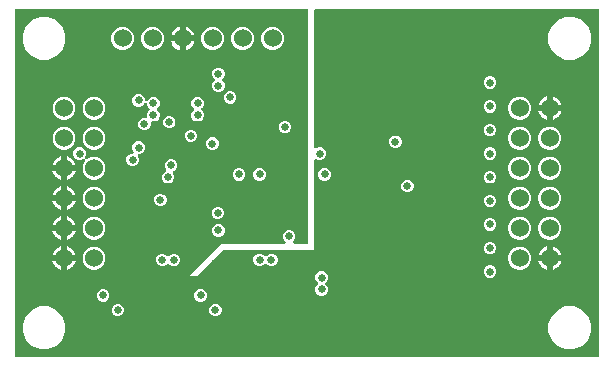
<source format=gbr>
G04 EAGLE Gerber RS-274X export*
G75*
%MOMM*%
%FSLAX34Y34*%
%LPD*%
%INCopper Layer 2*%
%IPPOS*%
%AMOC8*
5,1,8,0,0,1.08239X$1,22.5*%
G01*
%ADD10C,1.524000*%
%ADD11C,0.654800*%

G36*
X178017Y88751D02*
X178017Y88751D01*
X230728Y88751D01*
X230869Y88769D01*
X231010Y88783D01*
X231025Y88789D01*
X231041Y88791D01*
X231173Y88843D01*
X231306Y88892D01*
X231319Y88902D01*
X231334Y88908D01*
X231449Y88991D01*
X231565Y89072D01*
X231576Y89085D01*
X231589Y89094D01*
X231678Y89204D01*
X231771Y89312D01*
X231778Y89326D01*
X231788Y89339D01*
X231848Y89468D01*
X231910Y89595D01*
X231913Y89611D01*
X231920Y89625D01*
X231945Y89765D01*
X231974Y89904D01*
X231973Y89920D01*
X231976Y89936D01*
X231965Y90077D01*
X231958Y90219D01*
X231954Y90234D01*
X231952Y90250D01*
X231906Y90385D01*
X231864Y90520D01*
X231857Y90531D01*
X231851Y90549D01*
X231677Y90813D01*
X231633Y90853D01*
X231612Y90883D01*
X230501Y91994D01*
X229693Y93944D01*
X229693Y96056D01*
X230501Y98006D01*
X231994Y99499D01*
X233944Y100307D01*
X236056Y100307D01*
X238006Y99499D01*
X239499Y98006D01*
X240307Y96056D01*
X240307Y93944D01*
X239499Y91994D01*
X238388Y90883D01*
X238302Y90771D01*
X238212Y90661D01*
X238205Y90647D01*
X238195Y90634D01*
X238139Y90504D01*
X238080Y90375D01*
X238077Y90359D01*
X238071Y90344D01*
X238049Y90203D01*
X238024Y90064D01*
X238025Y90048D01*
X238023Y90032D01*
X238037Y89891D01*
X238048Y89750D01*
X238053Y89734D01*
X238054Y89718D01*
X238104Y89586D01*
X238149Y89451D01*
X238158Y89437D01*
X238164Y89422D01*
X238244Y89307D01*
X238323Y89187D01*
X238335Y89176D01*
X238344Y89163D01*
X238451Y89071D01*
X238557Y88976D01*
X238571Y88968D01*
X238583Y88958D01*
X238711Y88895D01*
X238836Y88829D01*
X238849Y88827D01*
X238866Y88818D01*
X239175Y88754D01*
X239235Y88757D01*
X239272Y88751D01*
X250000Y88751D01*
X250125Y88767D01*
X250250Y88776D01*
X250281Y88787D01*
X250313Y88791D01*
X250430Y88837D01*
X250549Y88878D01*
X250576Y88896D01*
X250606Y88908D01*
X250707Y88982D01*
X250813Y89051D01*
X250834Y89075D01*
X250860Y89094D01*
X250940Y89192D01*
X251024Y89285D01*
X251039Y89314D01*
X251060Y89339D01*
X251113Y89453D01*
X251171Y89565D01*
X251175Y89590D01*
X251192Y89625D01*
X251248Y89936D01*
X251245Y89975D01*
X251249Y90000D01*
X251249Y286210D01*
X251233Y286335D01*
X251224Y286460D01*
X251213Y286491D01*
X251209Y286523D01*
X251163Y286640D01*
X251122Y286759D01*
X251104Y286786D01*
X251092Y286816D01*
X251018Y286917D01*
X250949Y287023D01*
X250925Y287044D01*
X250906Y287070D01*
X250808Y287150D01*
X250715Y287234D01*
X250686Y287249D01*
X250661Y287270D01*
X250547Y287323D01*
X250436Y287381D01*
X250410Y287385D01*
X250375Y287402D01*
X250064Y287458D01*
X250025Y287455D01*
X250000Y287459D01*
X3790Y287459D01*
X3665Y287443D01*
X3540Y287434D01*
X3509Y287423D01*
X3477Y287419D01*
X3360Y287373D01*
X3241Y287332D01*
X3214Y287314D01*
X3184Y287302D01*
X3083Y287228D01*
X2977Y287159D01*
X2956Y287135D01*
X2930Y287116D01*
X2850Y287018D01*
X2766Y286925D01*
X2751Y286896D01*
X2730Y286871D01*
X2677Y286757D01*
X2619Y286646D01*
X2615Y286620D01*
X2598Y286585D01*
X2542Y286274D01*
X2545Y286235D01*
X2541Y286210D01*
X2541Y-6210D01*
X2557Y-6335D01*
X2566Y-6460D01*
X2577Y-6491D01*
X2581Y-6523D01*
X2627Y-6640D01*
X2668Y-6759D01*
X2686Y-6786D01*
X2698Y-6816D01*
X2772Y-6917D01*
X2841Y-7023D01*
X2865Y-7044D01*
X2884Y-7070D01*
X2982Y-7150D01*
X3075Y-7234D01*
X3104Y-7249D01*
X3129Y-7270D01*
X3243Y-7323D01*
X3354Y-7381D01*
X3380Y-7385D01*
X3415Y-7402D01*
X3726Y-7458D01*
X3765Y-7455D01*
X3790Y-7459D01*
X496210Y-7459D01*
X496335Y-7443D01*
X496460Y-7434D01*
X496491Y-7423D01*
X496523Y-7419D01*
X496640Y-7373D01*
X496759Y-7332D01*
X496786Y-7314D01*
X496816Y-7302D01*
X496917Y-7228D01*
X497023Y-7159D01*
X497044Y-7135D01*
X497070Y-7116D01*
X497150Y-7018D01*
X497234Y-6925D01*
X497249Y-6896D01*
X497270Y-6871D01*
X497323Y-6757D01*
X497381Y-6646D01*
X497385Y-6620D01*
X497402Y-6585D01*
X497458Y-6274D01*
X497455Y-6235D01*
X497459Y-6210D01*
X497459Y286210D01*
X497443Y286335D01*
X497434Y286460D01*
X497423Y286491D01*
X497419Y286523D01*
X497373Y286640D01*
X497332Y286759D01*
X497314Y286786D01*
X497302Y286816D01*
X497228Y286917D01*
X497159Y287023D01*
X497135Y287044D01*
X497116Y287070D01*
X497018Y287150D01*
X496925Y287234D01*
X496896Y287249D01*
X496871Y287270D01*
X496757Y287323D01*
X496646Y287381D01*
X496620Y287385D01*
X496585Y287402D01*
X496274Y287458D01*
X496235Y287455D01*
X496210Y287459D01*
X257500Y287459D01*
X257375Y287443D01*
X257250Y287434D01*
X257219Y287423D01*
X257187Y287419D01*
X257070Y287373D01*
X256951Y287332D01*
X256924Y287314D01*
X256894Y287302D01*
X256793Y287228D01*
X256687Y287159D01*
X256666Y287135D01*
X256640Y287116D01*
X256560Y287018D01*
X256476Y286925D01*
X256461Y286896D01*
X256440Y286871D01*
X256387Y286757D01*
X256329Y286646D01*
X256325Y286620D01*
X256308Y286585D01*
X256252Y286274D01*
X256255Y286235D01*
X256251Y286210D01*
X256251Y170670D01*
X256258Y170615D01*
X256256Y170560D01*
X256278Y170459D01*
X256291Y170357D01*
X256311Y170305D01*
X256323Y170251D01*
X256369Y170160D01*
X256408Y170064D01*
X256440Y170019D01*
X256465Y169970D01*
X256533Y169893D01*
X256594Y169809D01*
X256637Y169774D01*
X256673Y169733D01*
X256759Y169675D01*
X256839Y169610D01*
X256889Y169587D01*
X256934Y169556D01*
X257031Y169521D01*
X257125Y169478D01*
X257180Y169468D01*
X257232Y169450D01*
X257334Y169440D01*
X257436Y169422D01*
X257491Y169426D01*
X257546Y169421D01*
X257609Y169435D01*
X257750Y169446D01*
X257914Y169502D01*
X257978Y169515D01*
X259888Y170307D01*
X262000Y170307D01*
X263950Y169499D01*
X265443Y168006D01*
X266251Y166056D01*
X266251Y163944D01*
X265443Y161994D01*
X263950Y160501D01*
X262000Y159693D01*
X259888Y159693D01*
X257978Y160485D01*
X257925Y160499D01*
X257875Y160522D01*
X257773Y160540D01*
X257674Y160568D01*
X257618Y160568D01*
X257564Y160578D01*
X257461Y160570D01*
X257358Y160572D01*
X257305Y160558D01*
X257250Y160554D01*
X257152Y160521D01*
X257052Y160496D01*
X257003Y160470D01*
X256951Y160453D01*
X256865Y160396D01*
X256774Y160347D01*
X256734Y160310D01*
X256687Y160279D01*
X256618Y160203D01*
X256542Y160133D01*
X256513Y160086D01*
X256476Y160045D01*
X256428Y159954D01*
X256372Y159867D01*
X256355Y159815D01*
X256329Y159766D01*
X256318Y159702D01*
X256273Y159567D01*
X256262Y159395D01*
X256251Y159330D01*
X256251Y83749D01*
X180000Y83749D01*
X179891Y83735D01*
X179781Y83730D01*
X179735Y83716D01*
X179687Y83709D01*
X179585Y83669D01*
X179480Y83636D01*
X179449Y83614D01*
X179394Y83592D01*
X179140Y83406D01*
X179132Y83397D01*
X179126Y83393D01*
X179122Y83387D01*
X179117Y83383D01*
X156983Y61249D01*
X151249Y61249D01*
X151249Y61983D01*
X178017Y88751D01*
G37*
%LPC*%
G36*
X23911Y244459D02*
X23911Y244459D01*
X17281Y247206D01*
X12206Y252281D01*
X9459Y258911D01*
X9459Y266089D01*
X12206Y272719D01*
X17281Y277794D01*
X23911Y280541D01*
X31089Y280541D01*
X37719Y277794D01*
X42794Y272719D01*
X45541Y266089D01*
X45541Y258911D01*
X42794Y252281D01*
X37719Y247206D01*
X31089Y244459D01*
X23911Y244459D01*
G37*
%LPD*%
%LPC*%
G36*
X468911Y244459D02*
X468911Y244459D01*
X462281Y247206D01*
X457206Y252281D01*
X454459Y258911D01*
X454459Y266089D01*
X457206Y272719D01*
X462281Y277794D01*
X468911Y280541D01*
X476089Y280541D01*
X482719Y277794D01*
X487794Y272719D01*
X490541Y266089D01*
X490541Y258911D01*
X487794Y252281D01*
X482719Y247206D01*
X476089Y244459D01*
X468911Y244459D01*
G37*
%LPD*%
%LPC*%
G36*
X23911Y-541D02*
X23911Y-541D01*
X17281Y2206D01*
X12206Y7281D01*
X9459Y13911D01*
X9459Y21089D01*
X12206Y27719D01*
X17281Y32794D01*
X23911Y35541D01*
X31089Y35541D01*
X37719Y32794D01*
X42794Y27719D01*
X45541Y21089D01*
X45541Y13911D01*
X42794Y7281D01*
X37719Y2206D01*
X31089Y-541D01*
X23911Y-541D01*
G37*
%LPD*%
%LPC*%
G36*
X468911Y-541D02*
X468911Y-541D01*
X462281Y2206D01*
X457206Y7281D01*
X454459Y13911D01*
X454459Y21089D01*
X457206Y27719D01*
X462281Y32794D01*
X468911Y35541D01*
X476089Y35541D01*
X482719Y32794D01*
X487794Y27719D01*
X490541Y21089D01*
X490541Y13911D01*
X487794Y7281D01*
X482719Y2206D01*
X476089Y-541D01*
X468911Y-541D01*
G37*
%LPD*%
%LPC*%
G36*
X67830Y143047D02*
X67830Y143047D01*
X64282Y144517D01*
X61567Y147232D01*
X60097Y150780D01*
X60097Y154620D01*
X61567Y158168D01*
X61859Y158460D01*
X61903Y158517D01*
X61954Y158566D01*
X61999Y158641D01*
X62052Y158710D01*
X62080Y158775D01*
X62117Y158836D01*
X62143Y158920D01*
X62177Y159000D01*
X62188Y159070D01*
X62208Y159138D01*
X62212Y159225D01*
X62225Y159311D01*
X62218Y159382D01*
X62220Y159453D01*
X62202Y159539D01*
X62193Y159625D01*
X62168Y159692D01*
X62153Y159762D01*
X62114Y159840D01*
X62084Y159921D01*
X62043Y159980D01*
X62011Y160043D01*
X61953Y160109D01*
X61904Y160180D01*
X61850Y160227D01*
X61803Y160280D01*
X61730Y160329D01*
X61664Y160386D01*
X61600Y160418D01*
X61542Y160458D01*
X61459Y160487D01*
X61381Y160525D01*
X61311Y160540D01*
X61244Y160564D01*
X61158Y160572D01*
X61072Y160589D01*
X61001Y160586D01*
X60930Y160592D01*
X60871Y160579D01*
X60757Y160574D01*
X60553Y160510D01*
X60498Y160498D01*
X58556Y159693D01*
X56444Y159693D01*
X54494Y160501D01*
X53001Y161994D01*
X52193Y163944D01*
X52193Y166056D01*
X53001Y168006D01*
X54494Y169499D01*
X56444Y170307D01*
X58556Y170307D01*
X60506Y169499D01*
X61999Y168006D01*
X62807Y166056D01*
X62807Y163944D01*
X62002Y162002D01*
X61983Y161933D01*
X61955Y161868D01*
X61942Y161782D01*
X61919Y161698D01*
X61918Y161627D01*
X61908Y161556D01*
X61916Y161469D01*
X61915Y161382D01*
X61932Y161313D01*
X61939Y161242D01*
X61970Y161160D01*
X61990Y161076D01*
X62024Y161013D01*
X62049Y160946D01*
X62098Y160875D01*
X62140Y160798D01*
X62188Y160746D01*
X62229Y160687D01*
X62295Y160630D01*
X62354Y160566D01*
X62414Y160528D01*
X62468Y160482D01*
X62546Y160443D01*
X62620Y160396D01*
X62687Y160374D01*
X62751Y160342D01*
X62836Y160325D01*
X62919Y160298D01*
X62990Y160293D01*
X63060Y160279D01*
X63147Y160283D01*
X63234Y160277D01*
X63304Y160291D01*
X63375Y160294D01*
X63459Y160320D01*
X63544Y160337D01*
X63608Y160367D01*
X63676Y160388D01*
X63726Y160423D01*
X63829Y160472D01*
X63994Y160609D01*
X64040Y160641D01*
X64282Y160883D01*
X67830Y162353D01*
X71670Y162353D01*
X75218Y160883D01*
X77933Y158168D01*
X79403Y154620D01*
X79403Y150780D01*
X77933Y147232D01*
X75218Y144517D01*
X71670Y143047D01*
X67830Y143047D01*
G37*
%LPD*%
%LPC*%
G36*
X111444Y184693D02*
X111444Y184693D01*
X109494Y185501D01*
X108001Y186994D01*
X107193Y188944D01*
X107193Y191056D01*
X108001Y193006D01*
X109494Y194499D01*
X111444Y195307D01*
X113444Y195307D01*
X113569Y195323D01*
X113694Y195332D01*
X113725Y195343D01*
X113757Y195347D01*
X113874Y195393D01*
X113993Y195434D01*
X114020Y195452D01*
X114050Y195464D01*
X114151Y195538D01*
X114257Y195607D01*
X114278Y195631D01*
X114304Y195650D01*
X114384Y195748D01*
X114468Y195841D01*
X114483Y195870D01*
X114504Y195895D01*
X114557Y196009D01*
X114615Y196120D01*
X114619Y196146D01*
X114636Y196181D01*
X114692Y196492D01*
X114689Y196531D01*
X114693Y196556D01*
X114693Y198556D01*
X115501Y200506D01*
X116612Y201617D01*
X116689Y201716D01*
X116771Y201812D01*
X116785Y201841D01*
X116805Y201866D01*
X116855Y201982D01*
X116910Y202095D01*
X116917Y202126D01*
X116929Y202156D01*
X116949Y202281D01*
X116974Y202404D01*
X116972Y202436D01*
X116977Y202468D01*
X116965Y202593D01*
X116958Y202719D01*
X116949Y202750D01*
X116946Y202782D01*
X116902Y202900D01*
X116864Y203020D01*
X116850Y203041D01*
X116836Y203078D01*
X116656Y203337D01*
X116627Y203362D01*
X116612Y203383D01*
X115501Y204494D01*
X114693Y206444D01*
X114693Y207219D01*
X114684Y207289D01*
X114685Y207360D01*
X114664Y207445D01*
X114653Y207532D01*
X114627Y207598D01*
X114610Y207667D01*
X114569Y207744D01*
X114536Y207825D01*
X114494Y207882D01*
X114461Y207945D01*
X114401Y208009D01*
X114350Y208079D01*
X114295Y208124D01*
X114246Y208176D01*
X114173Y208223D01*
X114105Y208278D01*
X114041Y208308D01*
X113981Y208347D01*
X113898Y208374D01*
X113819Y208410D01*
X113749Y208423D01*
X113681Y208445D01*
X113594Y208451D01*
X113508Y208466D01*
X113437Y208461D01*
X113366Y208465D01*
X113281Y208449D01*
X113194Y208442D01*
X113126Y208420D01*
X113056Y208406D01*
X112978Y208369D01*
X112895Y208341D01*
X112835Y208302D01*
X112771Y208271D01*
X112704Y208215D01*
X112631Y208167D01*
X112584Y208115D01*
X112529Y208069D01*
X112496Y208018D01*
X112420Y207934D01*
X112320Y207744D01*
X112290Y207697D01*
X111999Y206994D01*
X110506Y205501D01*
X108556Y204693D01*
X106444Y204693D01*
X104494Y205501D01*
X103001Y206994D01*
X102193Y208944D01*
X102193Y211056D01*
X103001Y213006D01*
X104494Y214499D01*
X106444Y215307D01*
X108556Y215307D01*
X110506Y214499D01*
X111999Y213006D01*
X112807Y211056D01*
X112807Y210281D01*
X112816Y210211D01*
X112815Y210140D01*
X112836Y210055D01*
X112847Y209968D01*
X112873Y209902D01*
X112890Y209833D01*
X112931Y209756D01*
X112964Y209675D01*
X113006Y209618D01*
X113039Y209555D01*
X113099Y209491D01*
X113150Y209421D01*
X113205Y209376D01*
X113254Y209324D01*
X113327Y209277D01*
X113395Y209222D01*
X113459Y209192D01*
X113519Y209153D01*
X113602Y209126D01*
X113681Y209090D01*
X113751Y209077D01*
X113819Y209055D01*
X113906Y209049D01*
X113992Y209034D01*
X114063Y209039D01*
X114134Y209035D01*
X114219Y209051D01*
X114306Y209058D01*
X114374Y209080D01*
X114444Y209094D01*
X114522Y209131D01*
X114605Y209159D01*
X114665Y209198D01*
X114729Y209229D01*
X114796Y209285D01*
X114869Y209333D01*
X114916Y209385D01*
X114971Y209431D01*
X115004Y209482D01*
X115080Y209566D01*
X115180Y209756D01*
X115210Y209803D01*
X115501Y210506D01*
X116994Y211999D01*
X118944Y212807D01*
X121056Y212807D01*
X123006Y211999D01*
X124499Y210506D01*
X125307Y208556D01*
X125307Y206444D01*
X124499Y204494D01*
X123388Y203383D01*
X123311Y203284D01*
X123229Y203188D01*
X123215Y203159D01*
X123195Y203134D01*
X123145Y203018D01*
X123090Y202905D01*
X123083Y202874D01*
X123071Y202844D01*
X123051Y202719D01*
X123026Y202596D01*
X123028Y202564D01*
X123023Y202532D01*
X123035Y202407D01*
X123042Y202281D01*
X123051Y202250D01*
X123054Y202218D01*
X123098Y202100D01*
X123136Y201980D01*
X123150Y201959D01*
X123164Y201922D01*
X123344Y201663D01*
X123373Y201638D01*
X123388Y201617D01*
X124499Y200506D01*
X125307Y198556D01*
X125307Y196444D01*
X124499Y194494D01*
X123006Y193001D01*
X121056Y192193D01*
X119056Y192193D01*
X118931Y192177D01*
X118806Y192168D01*
X118775Y192157D01*
X118743Y192153D01*
X118626Y192107D01*
X118507Y192066D01*
X118480Y192048D01*
X118450Y192036D01*
X118349Y191962D01*
X118243Y191893D01*
X118222Y191869D01*
X118196Y191850D01*
X118116Y191752D01*
X118032Y191659D01*
X118017Y191630D01*
X117996Y191605D01*
X117943Y191491D01*
X117885Y191380D01*
X117881Y191354D01*
X117864Y191319D01*
X117808Y191008D01*
X117811Y190969D01*
X117807Y190944D01*
X117807Y188944D01*
X116999Y186994D01*
X115506Y185501D01*
X113556Y184693D01*
X111444Y184693D01*
G37*
%LPD*%
%LPC*%
G36*
X67830Y193847D02*
X67830Y193847D01*
X64282Y195317D01*
X61567Y198032D01*
X60097Y201580D01*
X60097Y205420D01*
X61567Y208968D01*
X64282Y211683D01*
X67830Y213153D01*
X71670Y213153D01*
X75218Y211683D01*
X77933Y208968D01*
X79403Y205420D01*
X79403Y201580D01*
X77933Y198032D01*
X75218Y195317D01*
X71670Y193847D01*
X67830Y193847D01*
G37*
%LPD*%
%LPC*%
G36*
X42430Y168447D02*
X42430Y168447D01*
X38882Y169917D01*
X36167Y172632D01*
X34697Y176180D01*
X34697Y180020D01*
X36167Y183568D01*
X38882Y186283D01*
X42430Y187753D01*
X46270Y187753D01*
X49818Y186283D01*
X52533Y183568D01*
X54003Y180020D01*
X54003Y176180D01*
X52533Y172632D01*
X49818Y169917D01*
X46270Y168447D01*
X42430Y168447D01*
G37*
%LPD*%
%LPC*%
G36*
X67830Y168447D02*
X67830Y168447D01*
X64282Y169917D01*
X61567Y172632D01*
X60097Y176180D01*
X60097Y180020D01*
X61567Y183568D01*
X64282Y186283D01*
X67830Y187753D01*
X71670Y187753D01*
X75218Y186283D01*
X77933Y183568D01*
X79403Y180020D01*
X79403Y176180D01*
X77933Y172632D01*
X75218Y169917D01*
X71670Y168447D01*
X67830Y168447D01*
G37*
%LPD*%
%LPC*%
G36*
X428330Y168447D02*
X428330Y168447D01*
X424782Y169917D01*
X422067Y172632D01*
X420597Y176180D01*
X420597Y180020D01*
X422067Y183568D01*
X424782Y186283D01*
X428330Y187753D01*
X432170Y187753D01*
X435718Y186283D01*
X438433Y183568D01*
X439903Y180020D01*
X439903Y176180D01*
X438433Y172632D01*
X435718Y169917D01*
X432170Y168447D01*
X428330Y168447D01*
G37*
%LPD*%
%LPC*%
G36*
X67830Y117647D02*
X67830Y117647D01*
X64282Y119117D01*
X61567Y121832D01*
X60097Y125380D01*
X60097Y129220D01*
X61567Y132768D01*
X64282Y135483D01*
X67830Y136953D01*
X71670Y136953D01*
X75218Y135483D01*
X77933Y132768D01*
X79403Y129220D01*
X79403Y125380D01*
X77933Y121832D01*
X75218Y119117D01*
X71670Y117647D01*
X67830Y117647D01*
G37*
%LPD*%
%LPC*%
G36*
X453730Y117647D02*
X453730Y117647D01*
X450182Y119117D01*
X447467Y121832D01*
X445997Y125380D01*
X445997Y129220D01*
X447467Y132768D01*
X450182Y135483D01*
X453730Y136953D01*
X457570Y136953D01*
X461118Y135483D01*
X463833Y132768D01*
X465303Y129220D01*
X465303Y125380D01*
X463833Y121832D01*
X461118Y119117D01*
X457570Y117647D01*
X453730Y117647D01*
G37*
%LPD*%
%LPC*%
G36*
X453730Y168447D02*
X453730Y168447D01*
X450182Y169917D01*
X447467Y172632D01*
X445997Y176180D01*
X445997Y180020D01*
X447467Y183568D01*
X450182Y186283D01*
X453730Y187753D01*
X457570Y187753D01*
X461118Y186283D01*
X463833Y183568D01*
X465303Y180020D01*
X465303Y176180D01*
X463833Y172632D01*
X461118Y169917D01*
X457570Y168447D01*
X453730Y168447D01*
G37*
%LPD*%
%LPC*%
G36*
X428330Y117647D02*
X428330Y117647D01*
X424782Y119117D01*
X422067Y121832D01*
X420597Y125380D01*
X420597Y129220D01*
X422067Y132768D01*
X424782Y135483D01*
X428330Y136953D01*
X432170Y136953D01*
X435718Y135483D01*
X438433Y132768D01*
X439903Y129220D01*
X439903Y125380D01*
X438433Y121832D01*
X435718Y119117D01*
X432170Y117647D01*
X428330Y117647D01*
G37*
%LPD*%
%LPC*%
G36*
X428330Y143047D02*
X428330Y143047D01*
X424782Y144517D01*
X422067Y147232D01*
X420597Y150780D01*
X420597Y154620D01*
X422067Y158168D01*
X424782Y160883D01*
X428330Y162353D01*
X432170Y162353D01*
X435718Y160883D01*
X438433Y158168D01*
X439903Y154620D01*
X439903Y150780D01*
X438433Y147232D01*
X435718Y144517D01*
X432170Y143047D01*
X428330Y143047D01*
G37*
%LPD*%
%LPC*%
G36*
X67830Y66847D02*
X67830Y66847D01*
X64282Y68317D01*
X61567Y71032D01*
X60097Y74580D01*
X60097Y78420D01*
X61567Y81968D01*
X64282Y84683D01*
X67830Y86153D01*
X71670Y86153D01*
X75218Y84683D01*
X77933Y81968D01*
X79403Y78420D01*
X79403Y74580D01*
X77933Y71032D01*
X75218Y68317D01*
X71670Y66847D01*
X67830Y66847D01*
G37*
%LPD*%
%LPC*%
G36*
X428330Y66847D02*
X428330Y66847D01*
X424782Y68317D01*
X422067Y71032D01*
X420597Y74580D01*
X420597Y78420D01*
X422067Y81968D01*
X424782Y84683D01*
X428330Y86153D01*
X432170Y86153D01*
X435718Y84683D01*
X438433Y81968D01*
X439903Y78420D01*
X439903Y74580D01*
X438433Y71032D01*
X435718Y68317D01*
X432170Y66847D01*
X428330Y66847D01*
G37*
%LPD*%
%LPC*%
G36*
X428330Y193847D02*
X428330Y193847D01*
X424782Y195317D01*
X422067Y198032D01*
X420597Y201580D01*
X420597Y205420D01*
X422067Y208968D01*
X424782Y211683D01*
X428330Y213153D01*
X432170Y213153D01*
X435718Y211683D01*
X438433Y208968D01*
X439903Y205420D01*
X439903Y201580D01*
X438433Y198032D01*
X435718Y195317D01*
X432170Y193847D01*
X428330Y193847D01*
G37*
%LPD*%
%LPC*%
G36*
X42430Y193847D02*
X42430Y193847D01*
X38882Y195317D01*
X36167Y198032D01*
X34697Y201580D01*
X34697Y205420D01*
X36167Y208968D01*
X38882Y211683D01*
X42430Y213153D01*
X46270Y213153D01*
X49818Y211683D01*
X52533Y208968D01*
X54003Y205420D01*
X54003Y201580D01*
X52533Y198032D01*
X49818Y195317D01*
X46270Y193847D01*
X42430Y193847D01*
G37*
%LPD*%
%LPC*%
G36*
X453730Y143047D02*
X453730Y143047D01*
X450182Y144517D01*
X447467Y147232D01*
X445997Y150780D01*
X445997Y154620D01*
X447467Y158168D01*
X450182Y160883D01*
X453730Y162353D01*
X457570Y162353D01*
X461118Y160883D01*
X463833Y158168D01*
X465303Y154620D01*
X465303Y150780D01*
X463833Y147232D01*
X461118Y144517D01*
X457570Y143047D01*
X453730Y143047D01*
G37*
%LPD*%
%LPC*%
G36*
X67830Y92247D02*
X67830Y92247D01*
X64282Y93717D01*
X61567Y96432D01*
X60097Y99980D01*
X60097Y103820D01*
X61567Y107368D01*
X64282Y110083D01*
X67830Y111553D01*
X71670Y111553D01*
X75218Y110083D01*
X77933Y107368D01*
X79403Y103820D01*
X79403Y99980D01*
X77933Y96432D01*
X75218Y93717D01*
X71670Y92247D01*
X67830Y92247D01*
G37*
%LPD*%
%LPC*%
G36*
X428330Y92247D02*
X428330Y92247D01*
X424782Y93717D01*
X422067Y96432D01*
X420597Y99980D01*
X420597Y103820D01*
X422067Y107368D01*
X424782Y110083D01*
X428330Y111553D01*
X432170Y111553D01*
X435718Y110083D01*
X438433Y107368D01*
X439903Y103820D01*
X439903Y99980D01*
X438433Y96432D01*
X435718Y93717D01*
X432170Y92247D01*
X428330Y92247D01*
G37*
%LPD*%
%LPC*%
G36*
X453730Y92247D02*
X453730Y92247D01*
X450182Y93717D01*
X447467Y96432D01*
X445997Y99980D01*
X445997Y103820D01*
X447467Y107368D01*
X450182Y110083D01*
X453730Y111553D01*
X457570Y111553D01*
X461118Y110083D01*
X463833Y107368D01*
X465303Y103820D01*
X465303Y99980D01*
X463833Y96432D01*
X461118Y93717D01*
X457570Y92247D01*
X453730Y92247D01*
G37*
%LPD*%
%LPC*%
G36*
X168280Y252847D02*
X168280Y252847D01*
X164732Y254317D01*
X162017Y257032D01*
X160547Y260580D01*
X160547Y264420D01*
X162017Y267968D01*
X164732Y270683D01*
X168280Y272153D01*
X172120Y272153D01*
X175668Y270683D01*
X178383Y267968D01*
X179853Y264420D01*
X179853Y260580D01*
X178383Y257032D01*
X175668Y254317D01*
X172120Y252847D01*
X168280Y252847D01*
G37*
%LPD*%
%LPC*%
G36*
X219080Y252847D02*
X219080Y252847D01*
X215532Y254317D01*
X212817Y257032D01*
X211347Y260580D01*
X211347Y264420D01*
X212817Y267968D01*
X215532Y270683D01*
X219080Y272153D01*
X222920Y272153D01*
X226468Y270683D01*
X229183Y267968D01*
X230653Y264420D01*
X230653Y260580D01*
X229183Y257032D01*
X226468Y254317D01*
X222920Y252847D01*
X219080Y252847D01*
G37*
%LPD*%
%LPC*%
G36*
X193680Y252847D02*
X193680Y252847D01*
X190132Y254317D01*
X187417Y257032D01*
X185947Y260580D01*
X185947Y264420D01*
X187417Y267968D01*
X190132Y270683D01*
X193680Y272153D01*
X197520Y272153D01*
X201068Y270683D01*
X203783Y267968D01*
X205253Y264420D01*
X205253Y260580D01*
X203783Y257032D01*
X201068Y254317D01*
X197520Y252847D01*
X193680Y252847D01*
G37*
%LPD*%
%LPC*%
G36*
X117480Y252847D02*
X117480Y252847D01*
X113932Y254317D01*
X111217Y257032D01*
X109747Y260580D01*
X109747Y264420D01*
X111217Y267968D01*
X113932Y270683D01*
X117480Y272153D01*
X121320Y272153D01*
X124868Y270683D01*
X127583Y267968D01*
X129053Y264420D01*
X129053Y260580D01*
X127583Y257032D01*
X124868Y254317D01*
X121320Y252847D01*
X117480Y252847D01*
G37*
%LPD*%
%LPC*%
G36*
X92080Y252847D02*
X92080Y252847D01*
X88532Y254317D01*
X85817Y257032D01*
X84347Y260580D01*
X84347Y264420D01*
X85817Y267968D01*
X88532Y270683D01*
X92080Y272153D01*
X95920Y272153D01*
X99468Y270683D01*
X102183Y267968D01*
X103653Y264420D01*
X103653Y260580D01*
X102183Y257032D01*
X99468Y254317D01*
X95920Y252847D01*
X92080Y252847D01*
G37*
%LPD*%
%LPC*%
G36*
X101444Y154387D02*
X101444Y154387D01*
X99494Y155195D01*
X98001Y156688D01*
X97193Y158638D01*
X97193Y160750D01*
X98001Y162700D01*
X99494Y164193D01*
X101444Y165001D01*
X101978Y165001D01*
X102119Y165019D01*
X102261Y165033D01*
X102276Y165039D01*
X102291Y165041D01*
X102424Y165093D01*
X102557Y165143D01*
X102570Y165152D01*
X102584Y165158D01*
X102699Y165242D01*
X102816Y165323D01*
X102826Y165335D01*
X102839Y165344D01*
X102929Y165454D01*
X103021Y165562D01*
X103028Y165576D01*
X103038Y165589D01*
X103097Y165717D01*
X103160Y165845D01*
X103164Y165861D01*
X103170Y165875D01*
X103195Y166015D01*
X103224Y166154D01*
X103223Y166170D01*
X103226Y166186D01*
X103215Y166328D01*
X103208Y166469D01*
X103204Y166484D01*
X103202Y166500D01*
X103156Y166635D01*
X103114Y166770D01*
X103107Y166781D01*
X103101Y166799D01*
X103050Y166876D01*
X102193Y168944D01*
X102193Y171056D01*
X103001Y173006D01*
X104494Y174499D01*
X106444Y175307D01*
X108556Y175307D01*
X110506Y174499D01*
X111999Y173006D01*
X112807Y171056D01*
X112807Y168944D01*
X111999Y166994D01*
X110506Y165501D01*
X108556Y164693D01*
X108022Y164693D01*
X107881Y164675D01*
X107739Y164661D01*
X107724Y164655D01*
X107709Y164653D01*
X107576Y164601D01*
X107443Y164551D01*
X107430Y164542D01*
X107416Y164536D01*
X107301Y164452D01*
X107184Y164371D01*
X107174Y164359D01*
X107161Y164350D01*
X107071Y164240D01*
X106979Y164132D01*
X106972Y164118D01*
X106962Y164105D01*
X106902Y163976D01*
X106840Y163849D01*
X106836Y163833D01*
X106830Y163819D01*
X106805Y163679D01*
X106776Y163540D01*
X106777Y163524D01*
X106774Y163508D01*
X106785Y163366D01*
X106792Y163225D01*
X106796Y163210D01*
X106798Y163194D01*
X106844Y163059D01*
X106886Y162924D01*
X106893Y162913D01*
X106899Y162895D01*
X106950Y162818D01*
X107807Y160750D01*
X107807Y158638D01*
X106999Y156688D01*
X105506Y155195D01*
X103556Y154387D01*
X101444Y154387D01*
G37*
%LPD*%
%LPC*%
G36*
X131444Y139693D02*
X131444Y139693D01*
X129494Y140501D01*
X128001Y141994D01*
X127193Y143944D01*
X127193Y146056D01*
X128001Y148006D01*
X129494Y149499D01*
X130243Y149809D01*
X130291Y149837D01*
X130343Y149856D01*
X130428Y149915D01*
X130517Y149966D01*
X130557Y150004D01*
X130602Y150036D01*
X130669Y150114D01*
X130743Y150186D01*
X130772Y150233D01*
X130808Y150275D01*
X130853Y150368D01*
X130907Y150456D01*
X130922Y150509D01*
X130947Y150558D01*
X130968Y150659D01*
X130997Y150758D01*
X131000Y150813D01*
X131011Y150867D01*
X131006Y150970D01*
X131010Y151073D01*
X130998Y151127D01*
X130995Y151182D01*
X130964Y151281D01*
X130942Y151381D01*
X130917Y151431D01*
X130901Y151483D01*
X130864Y151537D01*
X130800Y151663D01*
X130686Y151793D01*
X130648Y151847D01*
X130493Y152002D01*
X129685Y153952D01*
X129685Y156063D01*
X130493Y158014D01*
X131986Y159507D01*
X133937Y160315D01*
X136048Y160315D01*
X137998Y159507D01*
X139491Y158014D01*
X140299Y156063D01*
X140299Y153952D01*
X139491Y152002D01*
X137998Y150509D01*
X137249Y150199D01*
X137201Y150171D01*
X137149Y150152D01*
X137065Y150093D01*
X136975Y150042D01*
X136936Y150004D01*
X136890Y149972D01*
X136823Y149894D01*
X136749Y149822D01*
X136721Y149775D01*
X136685Y149733D01*
X136639Y149640D01*
X136586Y149552D01*
X136570Y149499D01*
X136545Y149450D01*
X136525Y149349D01*
X136495Y149250D01*
X136493Y149195D01*
X136482Y149141D01*
X136487Y149038D01*
X136483Y148935D01*
X136494Y148881D01*
X136497Y148826D01*
X136528Y148727D01*
X136550Y148626D01*
X136575Y148577D01*
X136591Y148524D01*
X136628Y148471D01*
X136692Y148345D01*
X136806Y148215D01*
X136844Y148161D01*
X136999Y148006D01*
X137807Y146056D01*
X137807Y143944D01*
X136999Y141994D01*
X135506Y140501D01*
X133556Y139693D01*
X131444Y139693D01*
G37*
%LPD*%
%LPC*%
G36*
X126444Y69693D02*
X126444Y69693D01*
X124494Y70501D01*
X123001Y71994D01*
X122193Y73944D01*
X122193Y76056D01*
X123001Y78006D01*
X124494Y79499D01*
X126444Y80307D01*
X128556Y80307D01*
X130506Y79499D01*
X131617Y78388D01*
X131716Y78311D01*
X131812Y78229D01*
X131841Y78215D01*
X131866Y78195D01*
X131982Y78145D01*
X132095Y78090D01*
X132126Y78083D01*
X132156Y78071D01*
X132281Y78051D01*
X132404Y78026D01*
X132436Y78028D01*
X132468Y78023D01*
X132593Y78035D01*
X132719Y78042D01*
X132750Y78051D01*
X132782Y78054D01*
X132900Y78098D01*
X133020Y78136D01*
X133041Y78150D01*
X133078Y78164D01*
X133337Y78344D01*
X133362Y78373D01*
X133383Y78388D01*
X134494Y79499D01*
X136444Y80307D01*
X138556Y80307D01*
X140506Y79499D01*
X141999Y78006D01*
X142807Y76056D01*
X142807Y73944D01*
X141999Y71994D01*
X140506Y70501D01*
X138556Y69693D01*
X136444Y69693D01*
X134494Y70501D01*
X133383Y71612D01*
X133284Y71689D01*
X133188Y71771D01*
X133159Y71785D01*
X133134Y71805D01*
X133018Y71855D01*
X132905Y71910D01*
X132874Y71917D01*
X132844Y71929D01*
X132719Y71949D01*
X132596Y71974D01*
X132564Y71972D01*
X132532Y71977D01*
X132407Y71965D01*
X132281Y71958D01*
X132250Y71949D01*
X132218Y71946D01*
X132100Y71902D01*
X131980Y71864D01*
X131959Y71850D01*
X131922Y71836D01*
X131663Y71656D01*
X131638Y71627D01*
X131617Y71612D01*
X130506Y70501D01*
X128556Y69693D01*
X126444Y69693D01*
G37*
%LPD*%
%LPC*%
G36*
X208944Y69693D02*
X208944Y69693D01*
X206994Y70501D01*
X205501Y71994D01*
X204693Y73944D01*
X204693Y76056D01*
X205501Y78006D01*
X206994Y79499D01*
X208944Y80307D01*
X211056Y80307D01*
X213006Y79499D01*
X214117Y78388D01*
X214216Y78311D01*
X214312Y78229D01*
X214341Y78215D01*
X214366Y78195D01*
X214482Y78145D01*
X214595Y78090D01*
X214626Y78083D01*
X214656Y78071D01*
X214781Y78051D01*
X214904Y78026D01*
X214936Y78028D01*
X214968Y78023D01*
X215093Y78035D01*
X215219Y78042D01*
X215250Y78051D01*
X215282Y78054D01*
X215400Y78098D01*
X215520Y78136D01*
X215541Y78150D01*
X215578Y78164D01*
X215837Y78344D01*
X215862Y78373D01*
X215883Y78388D01*
X216994Y79499D01*
X218944Y80307D01*
X221056Y80307D01*
X223006Y79499D01*
X224499Y78006D01*
X225307Y76056D01*
X225307Y73944D01*
X224499Y71994D01*
X223006Y70501D01*
X221056Y69693D01*
X218944Y69693D01*
X216994Y70501D01*
X215883Y71612D01*
X215784Y71689D01*
X215688Y71771D01*
X215659Y71785D01*
X215634Y71805D01*
X215518Y71855D01*
X215405Y71910D01*
X215374Y71917D01*
X215344Y71929D01*
X215219Y71949D01*
X215096Y71974D01*
X215064Y71972D01*
X215032Y71977D01*
X214907Y71965D01*
X214781Y71958D01*
X214750Y71949D01*
X214718Y71946D01*
X214600Y71902D01*
X214480Y71864D01*
X214459Y71850D01*
X214422Y71836D01*
X214163Y71656D01*
X214138Y71627D01*
X214117Y71612D01*
X213006Y70501D01*
X211056Y69693D01*
X208944Y69693D01*
G37*
%LPD*%
%LPC*%
G36*
X156444Y192193D02*
X156444Y192193D01*
X154494Y193001D01*
X153001Y194494D01*
X152193Y196444D01*
X152193Y198556D01*
X153001Y200506D01*
X154112Y201617D01*
X154189Y201716D01*
X154271Y201812D01*
X154285Y201841D01*
X154305Y201866D01*
X154355Y201982D01*
X154410Y202095D01*
X154417Y202126D01*
X154429Y202156D01*
X154449Y202281D01*
X154474Y202404D01*
X154472Y202436D01*
X154477Y202468D01*
X154465Y202593D01*
X154458Y202719D01*
X154449Y202750D01*
X154446Y202782D01*
X154402Y202900D01*
X154364Y203020D01*
X154350Y203041D01*
X154336Y203078D01*
X154156Y203337D01*
X154127Y203362D01*
X154112Y203383D01*
X153001Y204494D01*
X152193Y206444D01*
X152193Y208556D01*
X153001Y210506D01*
X154494Y211999D01*
X156444Y212807D01*
X158556Y212807D01*
X160506Y211999D01*
X161999Y210506D01*
X162807Y208556D01*
X162807Y206444D01*
X161999Y204494D01*
X160888Y203383D01*
X160811Y203284D01*
X160729Y203188D01*
X160715Y203159D01*
X160695Y203134D01*
X160645Y203018D01*
X160590Y202905D01*
X160583Y202874D01*
X160571Y202844D01*
X160551Y202719D01*
X160526Y202596D01*
X160528Y202564D01*
X160523Y202532D01*
X160535Y202407D01*
X160542Y202281D01*
X160551Y202250D01*
X160554Y202218D01*
X160598Y202100D01*
X160636Y201980D01*
X160650Y201959D01*
X160664Y201922D01*
X160844Y201663D01*
X160873Y201638D01*
X160888Y201617D01*
X161999Y200506D01*
X162807Y198556D01*
X162807Y196444D01*
X161999Y194494D01*
X160506Y193001D01*
X158556Y192193D01*
X156444Y192193D01*
G37*
%LPD*%
%LPC*%
G36*
X173944Y217193D02*
X173944Y217193D01*
X171994Y218001D01*
X170501Y219494D01*
X169693Y221444D01*
X169693Y223556D01*
X170501Y225506D01*
X171612Y226617D01*
X171689Y226716D01*
X171771Y226812D01*
X171785Y226841D01*
X171805Y226866D01*
X171855Y226982D01*
X171910Y227095D01*
X171917Y227126D01*
X171929Y227156D01*
X171949Y227281D01*
X171974Y227404D01*
X171972Y227436D01*
X171977Y227468D01*
X171965Y227593D01*
X171958Y227719D01*
X171949Y227750D01*
X171946Y227782D01*
X171902Y227900D01*
X171864Y228020D01*
X171850Y228041D01*
X171836Y228078D01*
X171656Y228337D01*
X171627Y228362D01*
X171612Y228383D01*
X170501Y229494D01*
X169693Y231444D01*
X169693Y233556D01*
X170501Y235506D01*
X171994Y236999D01*
X173944Y237807D01*
X176056Y237807D01*
X178006Y236999D01*
X179499Y235506D01*
X180307Y233556D01*
X180307Y231444D01*
X179499Y229494D01*
X178388Y228383D01*
X178311Y228284D01*
X178229Y228188D01*
X178215Y228159D01*
X178195Y228134D01*
X178145Y228018D01*
X178090Y227905D01*
X178083Y227874D01*
X178071Y227844D01*
X178051Y227719D01*
X178026Y227596D01*
X178028Y227564D01*
X178023Y227532D01*
X178035Y227407D01*
X178042Y227281D01*
X178051Y227250D01*
X178054Y227218D01*
X178098Y227100D01*
X178136Y226980D01*
X178150Y226959D01*
X178164Y226922D01*
X178344Y226663D01*
X178373Y226638D01*
X178388Y226617D01*
X179499Y225506D01*
X180307Y223556D01*
X180307Y221444D01*
X179499Y219494D01*
X178006Y218001D01*
X176056Y217193D01*
X173944Y217193D01*
G37*
%LPD*%
%LPC*%
G36*
X261444Y44693D02*
X261444Y44693D01*
X259494Y45501D01*
X258001Y46994D01*
X257193Y48944D01*
X257193Y51056D01*
X258001Y53006D01*
X259112Y54117D01*
X259189Y54216D01*
X259271Y54312D01*
X259285Y54341D01*
X259305Y54366D01*
X259355Y54482D01*
X259410Y54595D01*
X259417Y54626D01*
X259429Y54656D01*
X259449Y54781D01*
X259474Y54904D01*
X259472Y54936D01*
X259477Y54968D01*
X259465Y55093D01*
X259458Y55219D01*
X259450Y55247D01*
X259449Y55254D01*
X259448Y55257D01*
X259446Y55282D01*
X259402Y55400D01*
X259364Y55520D01*
X259353Y55537D01*
X259347Y55552D01*
X259343Y55559D01*
X259336Y55578D01*
X259235Y55723D01*
X259174Y55816D01*
X259165Y55824D01*
X259156Y55837D01*
X259127Y55862D01*
X259112Y55883D01*
X258001Y56994D01*
X257193Y58944D01*
X257193Y61056D01*
X258001Y63006D01*
X259494Y64499D01*
X261444Y65307D01*
X263556Y65307D01*
X265506Y64499D01*
X266999Y63006D01*
X267807Y61056D01*
X267807Y58944D01*
X266999Y56994D01*
X265888Y55883D01*
X265811Y55784D01*
X265729Y55688D01*
X265721Y55672D01*
X265715Y55665D01*
X265709Y55652D01*
X265695Y55634D01*
X265645Y55518D01*
X265590Y55405D01*
X265585Y55382D01*
X265583Y55378D01*
X265582Y55370D01*
X265571Y55344D01*
X265551Y55219D01*
X265526Y55096D01*
X265527Y55068D01*
X265527Y55067D01*
X265528Y55064D01*
X265523Y55032D01*
X265535Y54907D01*
X265542Y54781D01*
X265551Y54750D01*
X265554Y54718D01*
X265598Y54600D01*
X265636Y54480D01*
X265650Y54459D01*
X265664Y54422D01*
X265844Y54163D01*
X265873Y54138D01*
X265888Y54117D01*
X266999Y53006D01*
X267807Y51056D01*
X267807Y48944D01*
X266999Y46994D01*
X265506Y45501D01*
X263556Y44693D01*
X261444Y44693D01*
G37*
%LPD*%
%LPC*%
G36*
X263944Y142193D02*
X263944Y142193D01*
X261994Y143001D01*
X260501Y144494D01*
X259693Y146444D01*
X259693Y148556D01*
X260501Y150506D01*
X261994Y151999D01*
X263944Y152807D01*
X266056Y152807D01*
X268006Y151999D01*
X269499Y150506D01*
X270307Y148556D01*
X270307Y146444D01*
X269499Y144494D01*
X268006Y143001D01*
X266056Y142193D01*
X263944Y142193D01*
G37*
%LPD*%
%LPC*%
G36*
X403944Y139693D02*
X403944Y139693D01*
X401994Y140501D01*
X400501Y141994D01*
X399693Y143944D01*
X399693Y146056D01*
X400501Y148006D01*
X401994Y149499D01*
X403944Y150307D01*
X406056Y150307D01*
X408006Y149499D01*
X409499Y148006D01*
X410307Y146056D01*
X410307Y143944D01*
X409499Y141994D01*
X408006Y140501D01*
X406056Y139693D01*
X403944Y139693D01*
G37*
%LPD*%
%LPC*%
G36*
X403944Y79693D02*
X403944Y79693D01*
X401994Y80501D01*
X400501Y81994D01*
X399693Y83944D01*
X399693Y86056D01*
X400501Y88006D01*
X401994Y89499D01*
X403944Y90307D01*
X406056Y90307D01*
X408006Y89499D01*
X409499Y88006D01*
X410307Y86056D01*
X410307Y83944D01*
X409499Y81994D01*
X408006Y80501D01*
X406056Y79693D01*
X403944Y79693D01*
G37*
%LPD*%
%LPC*%
G36*
X208944Y142193D02*
X208944Y142193D01*
X206994Y143001D01*
X205501Y144494D01*
X204693Y146444D01*
X204693Y148556D01*
X205501Y150506D01*
X206994Y151999D01*
X208944Y152807D01*
X211056Y152807D01*
X213006Y151999D01*
X214499Y150506D01*
X215307Y148556D01*
X215307Y146444D01*
X214499Y144494D01*
X213006Y143001D01*
X211056Y142193D01*
X208944Y142193D01*
G37*
%LPD*%
%LPC*%
G36*
X333944Y132193D02*
X333944Y132193D01*
X331994Y133001D01*
X330501Y134494D01*
X329693Y136444D01*
X329693Y138556D01*
X330501Y140506D01*
X331994Y141999D01*
X333944Y142807D01*
X336056Y142807D01*
X338006Y141999D01*
X339499Y140506D01*
X340307Y138556D01*
X340307Y136444D01*
X339499Y134494D01*
X338006Y133001D01*
X336056Y132193D01*
X333944Y132193D01*
G37*
%LPD*%
%LPC*%
G36*
X124772Y120520D02*
X124772Y120520D01*
X122821Y121328D01*
X121328Y122821D01*
X120521Y124772D01*
X120521Y126883D01*
X121328Y128833D01*
X122821Y130326D01*
X124772Y131134D01*
X126883Y131134D01*
X128833Y130326D01*
X130326Y128833D01*
X131134Y126883D01*
X131134Y124772D01*
X130326Y122821D01*
X128833Y121328D01*
X126883Y120520D01*
X124772Y120520D01*
G37*
%LPD*%
%LPC*%
G36*
X403944Y119693D02*
X403944Y119693D01*
X401994Y120501D01*
X400501Y121994D01*
X399693Y123944D01*
X399693Y126056D01*
X400501Y128006D01*
X401994Y129499D01*
X403944Y130307D01*
X406056Y130307D01*
X408006Y129499D01*
X409499Y128006D01*
X410307Y126056D01*
X410307Y123944D01*
X409499Y121994D01*
X408006Y120501D01*
X406056Y119693D01*
X403944Y119693D01*
G37*
%LPD*%
%LPC*%
G36*
X173636Y109385D02*
X173636Y109385D01*
X171686Y110193D01*
X170193Y111686D01*
X169385Y113636D01*
X169385Y115747D01*
X170193Y117698D01*
X171686Y119191D01*
X173636Y119999D01*
X175747Y119999D01*
X177698Y119191D01*
X179191Y117698D01*
X179999Y115747D01*
X179999Y113636D01*
X179191Y111686D01*
X177698Y110193D01*
X175747Y109385D01*
X173636Y109385D01*
G37*
%LPD*%
%LPC*%
G36*
X403944Y99693D02*
X403944Y99693D01*
X401994Y100501D01*
X400501Y101994D01*
X399693Y103944D01*
X399693Y106056D01*
X400501Y108006D01*
X401994Y109499D01*
X403944Y110307D01*
X406056Y110307D01*
X408006Y109499D01*
X409499Y108006D01*
X410307Y106056D01*
X410307Y103944D01*
X409499Y101994D01*
X408006Y100501D01*
X406056Y99693D01*
X403944Y99693D01*
G37*
%LPD*%
%LPC*%
G36*
X173944Y94693D02*
X173944Y94693D01*
X171994Y95501D01*
X170501Y96994D01*
X169693Y98944D01*
X169693Y101056D01*
X170501Y103006D01*
X171994Y104499D01*
X173944Y105307D01*
X176056Y105307D01*
X178006Y104499D01*
X179499Y103006D01*
X180307Y101056D01*
X180307Y98944D01*
X179499Y96994D01*
X178006Y95501D01*
X176056Y94693D01*
X173944Y94693D01*
G37*
%LPD*%
%LPC*%
G36*
X403944Y59693D02*
X403944Y59693D01*
X401994Y60501D01*
X400501Y61994D01*
X399693Y63944D01*
X399693Y66056D01*
X400501Y68006D01*
X401994Y69499D01*
X403944Y70307D01*
X406056Y70307D01*
X408006Y69499D01*
X409499Y68006D01*
X410307Y66056D01*
X410307Y63944D01*
X409499Y61994D01*
X408006Y60501D01*
X406056Y59693D01*
X403944Y59693D01*
G37*
%LPD*%
%LPC*%
G36*
X88944Y27193D02*
X88944Y27193D01*
X86994Y28001D01*
X85501Y29494D01*
X84693Y31444D01*
X84693Y33556D01*
X85501Y35506D01*
X86994Y36999D01*
X88944Y37807D01*
X91056Y37807D01*
X93006Y36999D01*
X94499Y35506D01*
X95307Y33556D01*
X95307Y31444D01*
X94499Y29494D01*
X93006Y28001D01*
X91056Y27193D01*
X88944Y27193D01*
G37*
%LPD*%
%LPC*%
G36*
X403944Y219693D02*
X403944Y219693D01*
X401994Y220501D01*
X400501Y221994D01*
X399693Y223944D01*
X399693Y226056D01*
X400501Y228006D01*
X401994Y229499D01*
X403944Y230307D01*
X406056Y230307D01*
X408006Y229499D01*
X409499Y228006D01*
X410307Y226056D01*
X410307Y223944D01*
X409499Y221994D01*
X408006Y220501D01*
X406056Y219693D01*
X403944Y219693D01*
G37*
%LPD*%
%LPC*%
G36*
X183944Y207193D02*
X183944Y207193D01*
X181994Y208001D01*
X180501Y209494D01*
X179693Y211444D01*
X179693Y213556D01*
X180501Y215506D01*
X181994Y216999D01*
X183944Y217807D01*
X186056Y217807D01*
X188006Y216999D01*
X189499Y215506D01*
X190307Y213556D01*
X190307Y211444D01*
X189499Y209494D01*
X188006Y208001D01*
X186056Y207193D01*
X183944Y207193D01*
G37*
%LPD*%
%LPC*%
G36*
X171444Y27193D02*
X171444Y27193D01*
X169494Y28001D01*
X168001Y29494D01*
X167193Y31444D01*
X167193Y33556D01*
X168001Y35506D01*
X169494Y36999D01*
X171444Y37807D01*
X173556Y37807D01*
X175506Y36999D01*
X176999Y35506D01*
X177807Y33556D01*
X177807Y31444D01*
X176999Y29494D01*
X175506Y28001D01*
X173556Y27193D01*
X171444Y27193D01*
G37*
%LPD*%
%LPC*%
G36*
X403944Y199693D02*
X403944Y199693D01*
X401994Y200501D01*
X400501Y201994D01*
X399693Y203944D01*
X399693Y206056D01*
X400501Y208006D01*
X401994Y209499D01*
X403944Y210307D01*
X406056Y210307D01*
X408006Y209499D01*
X409499Y208006D01*
X410307Y206056D01*
X410307Y203944D01*
X409499Y201994D01*
X408006Y200501D01*
X406056Y199693D01*
X403944Y199693D01*
G37*
%LPD*%
%LPC*%
G36*
X76444Y39693D02*
X76444Y39693D01*
X74494Y40501D01*
X73001Y41994D01*
X72193Y43944D01*
X72193Y46056D01*
X73001Y48006D01*
X74494Y49499D01*
X76444Y50307D01*
X78556Y50307D01*
X80506Y49499D01*
X81999Y48006D01*
X82807Y46056D01*
X82807Y43944D01*
X81999Y41994D01*
X80506Y40501D01*
X78556Y39693D01*
X76444Y39693D01*
G37*
%LPD*%
%LPC*%
G36*
X158944Y39693D02*
X158944Y39693D01*
X156994Y40501D01*
X155501Y41994D01*
X154693Y43944D01*
X154693Y46056D01*
X155501Y48006D01*
X156994Y49499D01*
X158944Y50307D01*
X161056Y50307D01*
X163006Y49499D01*
X164499Y48006D01*
X165307Y46056D01*
X165307Y43944D01*
X164499Y41994D01*
X163006Y40501D01*
X161056Y39693D01*
X158944Y39693D01*
G37*
%LPD*%
%LPC*%
G36*
X132388Y186366D02*
X132388Y186366D01*
X130438Y187173D01*
X128945Y188666D01*
X128137Y190617D01*
X128137Y192728D01*
X128945Y194678D01*
X130438Y196171D01*
X132388Y196979D01*
X134500Y196979D01*
X136450Y196171D01*
X137943Y194678D01*
X138751Y192728D01*
X138751Y190617D01*
X137943Y188666D01*
X136450Y187173D01*
X134500Y186366D01*
X132388Y186366D01*
G37*
%LPD*%
%LPC*%
G36*
X230364Y182193D02*
X230364Y182193D01*
X228414Y183001D01*
X226921Y184494D01*
X226113Y186444D01*
X226113Y188556D01*
X226921Y190506D01*
X228414Y191999D01*
X230364Y192807D01*
X232476Y192807D01*
X234426Y191999D01*
X235919Y190506D01*
X236727Y188556D01*
X236727Y186444D01*
X235919Y184494D01*
X234426Y183001D01*
X232476Y182193D01*
X230364Y182193D01*
G37*
%LPD*%
%LPC*%
G36*
X150700Y174693D02*
X150700Y174693D01*
X148750Y175501D01*
X147257Y176994D01*
X146449Y178944D01*
X146449Y181056D01*
X147257Y183006D01*
X148750Y184499D01*
X150700Y185307D01*
X152812Y185307D01*
X154762Y184499D01*
X156255Y183006D01*
X157063Y181056D01*
X157063Y178944D01*
X156255Y176994D01*
X154762Y175501D01*
X152812Y174693D01*
X150700Y174693D01*
G37*
%LPD*%
%LPC*%
G36*
X323944Y169693D02*
X323944Y169693D01*
X321994Y170501D01*
X320501Y171994D01*
X319693Y173944D01*
X319693Y176056D01*
X320501Y178006D01*
X321994Y179499D01*
X323944Y180307D01*
X326056Y180307D01*
X328006Y179499D01*
X329499Y178006D01*
X330307Y176056D01*
X330307Y173944D01*
X329499Y171994D01*
X328006Y170501D01*
X326056Y169693D01*
X323944Y169693D01*
G37*
%LPD*%
%LPC*%
G36*
X168944Y168137D02*
X168944Y168137D01*
X166994Y168945D01*
X165501Y170438D01*
X164693Y172388D01*
X164693Y174500D01*
X165501Y176450D01*
X166994Y177943D01*
X168944Y178751D01*
X171056Y178751D01*
X173006Y177943D01*
X174499Y176450D01*
X175307Y174500D01*
X175307Y172388D01*
X174499Y170438D01*
X173006Y168945D01*
X171056Y168137D01*
X168944Y168137D01*
G37*
%LPD*%
%LPC*%
G36*
X403944Y159693D02*
X403944Y159693D01*
X401994Y160501D01*
X400501Y161994D01*
X399693Y163944D01*
X399693Y166056D01*
X400501Y168006D01*
X401994Y169499D01*
X403944Y170307D01*
X406056Y170307D01*
X408006Y169499D01*
X409499Y168006D01*
X410307Y166056D01*
X410307Y163944D01*
X409499Y161994D01*
X408006Y160501D01*
X406056Y159693D01*
X403944Y159693D01*
G37*
%LPD*%
%LPC*%
G36*
X191444Y142193D02*
X191444Y142193D01*
X189494Y143001D01*
X188001Y144494D01*
X187193Y146444D01*
X187193Y148556D01*
X188001Y150506D01*
X189494Y151999D01*
X191444Y152807D01*
X193556Y152807D01*
X195506Y151999D01*
X196999Y150506D01*
X197807Y148556D01*
X197807Y146444D01*
X196999Y144494D01*
X195506Y143001D01*
X193556Y142193D01*
X191444Y142193D01*
G37*
%LPD*%
%LPC*%
G36*
X403944Y179693D02*
X403944Y179693D01*
X401994Y180501D01*
X400501Y181994D01*
X399693Y183944D01*
X399693Y186056D01*
X400501Y188006D01*
X401994Y189499D01*
X403944Y190307D01*
X406056Y190307D01*
X408006Y189499D01*
X409499Y188006D01*
X410307Y186056D01*
X410307Y183944D01*
X409499Y181994D01*
X408006Y180501D01*
X406056Y179693D01*
X403944Y179693D01*
G37*
%LPD*%
%LPC*%
G36*
X46849Y78999D02*
X46849Y78999D01*
X46849Y86372D01*
X48250Y85916D01*
X49675Y85190D01*
X50969Y84250D01*
X52100Y83119D01*
X53040Y81825D01*
X53766Y80400D01*
X54222Y78999D01*
X46849Y78999D01*
G37*
%LPD*%
%LPC*%
G36*
X458149Y78999D02*
X458149Y78999D01*
X458149Y86372D01*
X459550Y85916D01*
X460975Y85190D01*
X462269Y84250D01*
X463400Y83119D01*
X464340Y81825D01*
X465066Y80400D01*
X465522Y78999D01*
X458149Y78999D01*
G37*
%LPD*%
%LPC*%
G36*
X46849Y104399D02*
X46849Y104399D01*
X46849Y111772D01*
X48250Y111316D01*
X49675Y110590D01*
X50969Y109650D01*
X52100Y108519D01*
X53040Y107225D01*
X53766Y105800D01*
X54222Y104399D01*
X46849Y104399D01*
G37*
%LPD*%
%LPC*%
G36*
X147299Y264999D02*
X147299Y264999D01*
X147299Y272372D01*
X148700Y271916D01*
X150125Y271190D01*
X151419Y270250D01*
X152550Y269119D01*
X153490Y267825D01*
X154216Y266400D01*
X154672Y264999D01*
X147299Y264999D01*
G37*
%LPD*%
%LPC*%
G36*
X46849Y155199D02*
X46849Y155199D01*
X46849Y162572D01*
X48250Y162116D01*
X49675Y161390D01*
X50969Y160450D01*
X52100Y159319D01*
X53040Y158025D01*
X53766Y156600D01*
X54222Y155199D01*
X46849Y155199D01*
G37*
%LPD*%
%LPC*%
G36*
X458149Y205999D02*
X458149Y205999D01*
X458149Y213372D01*
X459550Y212916D01*
X460975Y212190D01*
X462269Y211250D01*
X463400Y210119D01*
X464340Y208825D01*
X465066Y207400D01*
X465522Y205999D01*
X458149Y205999D01*
G37*
%LPD*%
%LPC*%
G36*
X46849Y129799D02*
X46849Y129799D01*
X46849Y137172D01*
X48250Y136716D01*
X49675Y135990D01*
X50969Y135050D01*
X52100Y133919D01*
X53040Y132625D01*
X53766Y131200D01*
X54222Y129799D01*
X46849Y129799D01*
G37*
%LPD*%
%LPC*%
G36*
X34478Y78999D02*
X34478Y78999D01*
X34934Y80400D01*
X35660Y81825D01*
X36600Y83119D01*
X37731Y84250D01*
X39025Y85190D01*
X40450Y85916D01*
X41851Y86372D01*
X41851Y78999D01*
X34478Y78999D01*
G37*
%LPD*%
%LPC*%
G36*
X445778Y78999D02*
X445778Y78999D01*
X446234Y80400D01*
X446960Y81825D01*
X447900Y83119D01*
X449031Y84250D01*
X450325Y85190D01*
X451750Y85916D01*
X453151Y86372D01*
X453151Y78999D01*
X445778Y78999D01*
G37*
%LPD*%
%LPC*%
G36*
X458149Y74001D02*
X458149Y74001D01*
X465522Y74001D01*
X465066Y72600D01*
X464340Y71175D01*
X463400Y69881D01*
X462269Y68750D01*
X460975Y67810D01*
X459550Y67084D01*
X458149Y66628D01*
X458149Y74001D01*
G37*
%LPD*%
%LPC*%
G36*
X46849Y74001D02*
X46849Y74001D01*
X54222Y74001D01*
X53766Y72600D01*
X53040Y71175D01*
X52100Y69881D01*
X50969Y68750D01*
X49675Y67810D01*
X48250Y67084D01*
X46849Y66628D01*
X46849Y74001D01*
G37*
%LPD*%
%LPC*%
G36*
X134928Y264999D02*
X134928Y264999D01*
X135384Y266400D01*
X136110Y267825D01*
X137050Y269119D01*
X138181Y270250D01*
X139475Y271190D01*
X140900Y271916D01*
X142301Y272372D01*
X142301Y264999D01*
X134928Y264999D01*
G37*
%LPD*%
%LPC*%
G36*
X46849Y99401D02*
X46849Y99401D01*
X54222Y99401D01*
X53766Y98000D01*
X53040Y96575D01*
X52100Y95281D01*
X50969Y94150D01*
X49675Y93210D01*
X48250Y92484D01*
X46849Y92028D01*
X46849Y99401D01*
G37*
%LPD*%
%LPC*%
G36*
X147299Y260001D02*
X147299Y260001D01*
X154672Y260001D01*
X154216Y258600D01*
X153490Y257175D01*
X152550Y255881D01*
X151419Y254750D01*
X150125Y253810D01*
X148700Y253084D01*
X147299Y252628D01*
X147299Y260001D01*
G37*
%LPD*%
%LPC*%
G36*
X34478Y104399D02*
X34478Y104399D01*
X34934Y105800D01*
X35660Y107225D01*
X36600Y108519D01*
X37731Y109650D01*
X39025Y110590D01*
X40450Y111316D01*
X41851Y111772D01*
X41851Y104399D01*
X34478Y104399D01*
G37*
%LPD*%
%LPC*%
G36*
X46849Y124801D02*
X46849Y124801D01*
X54222Y124801D01*
X53766Y123400D01*
X53040Y121975D01*
X52100Y120681D01*
X50969Y119550D01*
X49675Y118610D01*
X48250Y117884D01*
X46849Y117428D01*
X46849Y124801D01*
G37*
%LPD*%
%LPC*%
G36*
X445778Y205999D02*
X445778Y205999D01*
X446234Y207400D01*
X446960Y208825D01*
X447900Y210119D01*
X449031Y211250D01*
X450325Y212190D01*
X451750Y212916D01*
X453151Y213372D01*
X453151Y205999D01*
X445778Y205999D01*
G37*
%LPD*%
%LPC*%
G36*
X34478Y129799D02*
X34478Y129799D01*
X34934Y131200D01*
X35660Y132625D01*
X36600Y133919D01*
X37731Y135050D01*
X39025Y135990D01*
X40450Y136716D01*
X41851Y137172D01*
X41851Y129799D01*
X34478Y129799D01*
G37*
%LPD*%
%LPC*%
G36*
X46849Y150201D02*
X46849Y150201D01*
X54222Y150201D01*
X53766Y148800D01*
X53040Y147375D01*
X52100Y146081D01*
X50969Y144950D01*
X49675Y144010D01*
X48250Y143284D01*
X46849Y142828D01*
X46849Y150201D01*
G37*
%LPD*%
%LPC*%
G36*
X458149Y201001D02*
X458149Y201001D01*
X465522Y201001D01*
X465066Y199600D01*
X464340Y198175D01*
X463400Y196881D01*
X462269Y195750D01*
X460975Y194810D01*
X459550Y194084D01*
X458149Y193628D01*
X458149Y201001D01*
G37*
%LPD*%
%LPC*%
G36*
X34478Y155199D02*
X34478Y155199D01*
X34934Y156600D01*
X35660Y158025D01*
X36600Y159319D01*
X37731Y160450D01*
X39025Y161390D01*
X40450Y162116D01*
X41851Y162572D01*
X41851Y155199D01*
X34478Y155199D01*
G37*
%LPD*%
%LPC*%
G36*
X40450Y143284D02*
X40450Y143284D01*
X39025Y144010D01*
X37731Y144950D01*
X36600Y146081D01*
X35660Y147375D01*
X34934Y148800D01*
X34478Y150201D01*
X41851Y150201D01*
X41851Y142828D01*
X40450Y143284D01*
G37*
%LPD*%
%LPC*%
G36*
X140900Y253084D02*
X140900Y253084D01*
X139475Y253810D01*
X138181Y254750D01*
X137050Y255881D01*
X136110Y257175D01*
X135384Y258600D01*
X134928Y260001D01*
X142301Y260001D01*
X142301Y252628D01*
X140900Y253084D01*
G37*
%LPD*%
%LPC*%
G36*
X451750Y194084D02*
X451750Y194084D01*
X450325Y194810D01*
X449031Y195750D01*
X447900Y196881D01*
X446960Y198175D01*
X446234Y199600D01*
X445778Y201001D01*
X453151Y201001D01*
X453151Y193628D01*
X451750Y194084D01*
G37*
%LPD*%
%LPC*%
G36*
X451750Y67084D02*
X451750Y67084D01*
X450325Y67810D01*
X449031Y68750D01*
X447900Y69881D01*
X446960Y71175D01*
X446234Y72600D01*
X445778Y74001D01*
X453151Y74001D01*
X453151Y66628D01*
X451750Y67084D01*
G37*
%LPD*%
%LPC*%
G36*
X40450Y67084D02*
X40450Y67084D01*
X39025Y67810D01*
X37731Y68750D01*
X36600Y69881D01*
X35660Y71175D01*
X34934Y72600D01*
X34478Y74001D01*
X41851Y74001D01*
X41851Y66628D01*
X40450Y67084D01*
G37*
%LPD*%
%LPC*%
G36*
X40450Y92484D02*
X40450Y92484D01*
X39025Y93210D01*
X37731Y94150D01*
X36600Y95281D01*
X35660Y96575D01*
X34934Y98000D01*
X34478Y99401D01*
X41851Y99401D01*
X41851Y92028D01*
X40450Y92484D01*
G37*
%LPD*%
%LPC*%
G36*
X40450Y117884D02*
X40450Y117884D01*
X39025Y118610D01*
X37731Y119550D01*
X36600Y120681D01*
X35660Y121975D01*
X34934Y123400D01*
X34478Y124801D01*
X41851Y124801D01*
X41851Y117428D01*
X40450Y117884D01*
G37*
%LPD*%
%LPC*%
G36*
X44349Y152699D02*
X44349Y152699D01*
X44349Y152701D01*
X44351Y152701D01*
X44351Y152699D01*
X44349Y152699D01*
G37*
%LPD*%
%LPC*%
G36*
X44349Y76499D02*
X44349Y76499D01*
X44349Y76501D01*
X44351Y76501D01*
X44351Y76499D01*
X44349Y76499D01*
G37*
%LPD*%
%LPC*%
G36*
X455649Y76499D02*
X455649Y76499D01*
X455649Y76501D01*
X455651Y76501D01*
X455651Y76499D01*
X455649Y76499D01*
G37*
%LPD*%
%LPC*%
G36*
X455649Y203499D02*
X455649Y203499D01*
X455649Y203501D01*
X455651Y203501D01*
X455651Y203499D01*
X455649Y203499D01*
G37*
%LPD*%
%LPC*%
G36*
X44349Y127299D02*
X44349Y127299D01*
X44349Y127301D01*
X44351Y127301D01*
X44351Y127299D01*
X44349Y127299D01*
G37*
%LPD*%
%LPC*%
G36*
X44349Y101899D02*
X44349Y101899D01*
X44349Y101901D01*
X44351Y101901D01*
X44351Y101899D01*
X44349Y101899D01*
G37*
%LPD*%
%LPC*%
G36*
X144799Y262499D02*
X144799Y262499D01*
X144799Y262501D01*
X144801Y262501D01*
X144801Y262499D01*
X144799Y262499D01*
G37*
%LPD*%
D10*
X455650Y203500D03*
X455650Y178100D03*
X455650Y152700D03*
X455650Y127300D03*
X455650Y101900D03*
X455650Y76500D03*
X430250Y203500D03*
X430250Y178100D03*
X430250Y152700D03*
X430250Y127300D03*
X430250Y101900D03*
X430250Y76500D03*
X44350Y76500D03*
X44350Y101900D03*
X44350Y127300D03*
X44350Y152700D03*
X44350Y178100D03*
X44350Y203500D03*
X69750Y76500D03*
X69750Y101900D03*
X69750Y127300D03*
X69750Y152700D03*
X69750Y178100D03*
X69750Y203500D03*
X94000Y262500D03*
X119400Y262500D03*
X144800Y262500D03*
X170200Y262500D03*
X195600Y262500D03*
X221000Y262500D03*
D11*
X405000Y225000D03*
X405000Y165000D03*
X405000Y185000D03*
X405000Y145000D03*
X405000Y125000D03*
X405000Y105000D03*
X405000Y85000D03*
X405000Y65000D03*
X405000Y205000D03*
X175000Y100000D03*
X174692Y114692D03*
X210000Y147500D03*
X265000Y147500D03*
X134992Y155008D03*
X133444Y191672D03*
X175000Y222500D03*
X170000Y173444D03*
X77500Y45000D03*
X172500Y32500D03*
X160000Y45000D03*
X90000Y32500D03*
X90000Y72500D03*
X77500Y60000D03*
X127500Y30000D03*
X137500Y30000D03*
X210000Y30000D03*
X220000Y30000D03*
X172500Y72500D03*
X160000Y60000D03*
X370000Y60000D03*
X355000Y75000D03*
X302500Y140000D03*
X320000Y160000D03*
X285000Y160000D03*
X285000Y120000D03*
X320000Y120000D03*
X362500Y202500D03*
X140000Y132500D03*
X122500Y147500D03*
X185000Y225000D03*
X245000Y250000D03*
X325000Y212500D03*
X347500Y212500D03*
X165000Y187500D03*
X130000Y240000D03*
X265000Y252500D03*
X292500Y267500D03*
X285000Y267500D03*
X277500Y267500D03*
X305000Y252500D03*
X317500Y242500D03*
X330000Y252500D03*
X262500Y37500D03*
X287500Y37500D03*
X297500Y37500D03*
X322500Y37500D03*
X310000Y67500D03*
X285000Y110000D03*
X300000Y180000D03*
X310000Y180000D03*
X280000Y180000D03*
X192500Y95000D03*
X240000Y187500D03*
X227500Y135000D03*
X172500Y135000D03*
X245000Y95000D03*
X245000Y210000D03*
X95000Y152500D03*
X82500Y217500D03*
X105000Y185000D03*
X95000Y112500D03*
X210000Y75000D03*
X220000Y75000D03*
X325000Y175000D03*
X335000Y137500D03*
X262500Y50000D03*
X262500Y60000D03*
X192500Y147500D03*
X107500Y170000D03*
X127500Y75000D03*
X137500Y75000D03*
X235000Y95000D03*
X175000Y232500D03*
X185000Y212500D03*
X125827Y125827D03*
X151756Y180000D03*
X132500Y145000D03*
X260944Y165000D03*
X231420Y187500D03*
X157500Y197500D03*
X120000Y197500D03*
X157500Y207500D03*
X120000Y207500D03*
X102500Y159694D03*
X57500Y165000D03*
X112500Y190000D03*
X107500Y210000D03*
M02*

</source>
